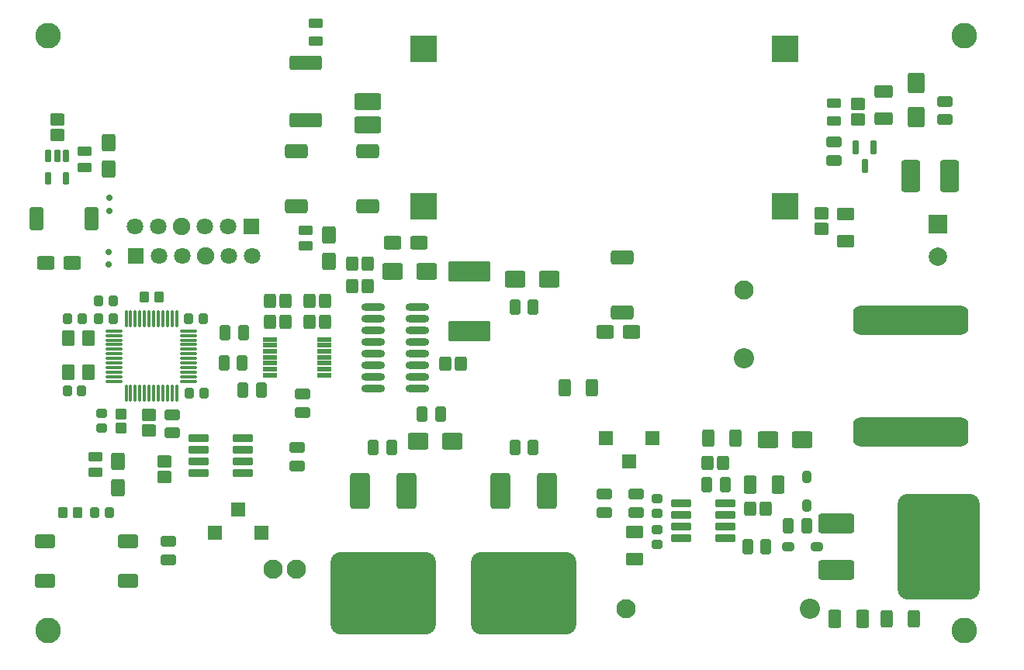
<source format=gts>
G04 Layer_Color=8388736*
%FSLAX43Y43*%
%MOMM*%
G71*
G01*
G75*
G04:AMPARAMS|DCode=72|XSize=1.3mm|YSize=1.93mm|CornerRadius=0.2mm|HoleSize=0mm|Usage=FLASHONLY|Rotation=0.000|XOffset=0mm|YOffset=0mm|HoleType=Round|Shape=RoundedRectangle|*
%AMROUNDEDRECTD72*
21,1,1.300,1.530,0,0,0.0*
21,1,0.900,1.930,0,0,0.0*
1,1,0.400,0.450,-0.765*
1,1,0.400,-0.450,-0.765*
1,1,0.400,-0.450,0.765*
1,1,0.400,0.450,0.765*
%
%ADD72ROUNDEDRECTD72*%
G04:AMPARAMS|DCode=73|XSize=1.55mm|YSize=3.53mm|CornerRadius=0.231mm|HoleSize=0mm|Usage=FLASHONLY|Rotation=270.000|XOffset=0mm|YOffset=0mm|HoleType=Round|Shape=RoundedRectangle|*
%AMROUNDEDRECTD73*
21,1,1.550,3.067,0,0,270.0*
21,1,1.087,3.530,0,0,270.0*
1,1,0.463,-1.534,-0.544*
1,1,0.463,-1.534,0.544*
1,1,0.463,1.534,0.544*
1,1,0.463,1.534,-0.544*
%
%ADD73ROUNDEDRECTD73*%
G04:AMPARAMS|DCode=74|XSize=1.01mm|YSize=1.56mm|CornerRadius=0.164mm|HoleSize=0mm|Usage=FLASHONLY|Rotation=270.000|XOffset=0mm|YOffset=0mm|HoleType=Round|Shape=RoundedRectangle|*
%AMROUNDEDRECTD74*
21,1,1.010,1.232,0,0,270.0*
21,1,0.682,1.560,0,0,270.0*
1,1,0.328,-0.616,-0.341*
1,1,0.328,-0.616,0.341*
1,1,0.328,0.616,0.341*
1,1,0.328,0.616,-0.341*
%
%ADD74ROUNDEDRECTD74*%
G04:AMPARAMS|DCode=75|XSize=1.63mm|YSize=1.12mm|CornerRadius=0.177mm|HoleSize=0mm|Usage=FLASHONLY|Rotation=0.000|XOffset=0mm|YOffset=0mm|HoleType=Round|Shape=RoundedRectangle|*
%AMROUNDEDRECTD75*
21,1,1.630,0.765,0,0,0.0*
21,1,1.275,1.120,0,0,0.0*
1,1,0.355,0.637,-0.383*
1,1,0.355,-0.637,-0.383*
1,1,0.355,-0.637,0.383*
1,1,0.355,0.637,0.383*
%
%ADD75ROUNDEDRECTD75*%
G04:AMPARAMS|DCode=76|XSize=1.7mm|YSize=1.35mm|CornerRadius=0.206mm|HoleSize=0mm|Usage=FLASHONLY|Rotation=270.000|XOffset=0mm|YOffset=0mm|HoleType=Round|Shape=RoundedRectangle|*
%AMROUNDEDRECTD76*
21,1,1.700,0.938,0,0,270.0*
21,1,1.288,1.350,0,0,270.0*
1,1,0.412,-0.469,-0.644*
1,1,0.412,-0.469,0.644*
1,1,0.412,0.469,0.644*
1,1,0.412,0.469,-0.644*
%
%ADD76ROUNDEDRECTD76*%
G04:AMPARAMS|DCode=77|XSize=0.78mm|YSize=2.27mm|CornerRadius=0.135mm|HoleSize=0mm|Usage=FLASHONLY|Rotation=270.000|XOffset=0mm|YOffset=0mm|HoleType=Round|Shape=RoundedRectangle|*
%AMROUNDEDRECTD77*
21,1,0.780,2.000,0,0,270.0*
21,1,0.510,2.270,0,0,270.0*
1,1,0.270,-1.000,-0.255*
1,1,0.270,-1.000,0.255*
1,1,0.270,1.000,0.255*
1,1,0.270,1.000,-0.255*
%
%ADD77ROUNDEDRECTD77*%
G04:AMPARAMS|DCode=78|XSize=1.3mm|YSize=1.93mm|CornerRadius=0.2mm|HoleSize=0mm|Usage=FLASHONLY|Rotation=90.000|XOffset=0mm|YOffset=0mm|HoleType=Round|Shape=RoundedRectangle|*
%AMROUNDEDRECTD78*
21,1,1.300,1.530,0,0,90.0*
21,1,0.900,1.930,0,0,90.0*
1,1,0.400,0.765,0.450*
1,1,0.400,0.765,-0.450*
1,1,0.400,-0.765,-0.450*
1,1,0.400,-0.765,0.450*
%
%ADD78ROUNDEDRECTD78*%
G04:AMPARAMS|DCode=79|XSize=1.04mm|YSize=1.13mm|CornerRadius=0.168mm|HoleSize=0mm|Usage=FLASHONLY|Rotation=180.000|XOffset=0mm|YOffset=0mm|HoleType=Round|Shape=RoundedRectangle|*
%AMROUNDEDRECTD79*
21,1,1.040,0.795,0,0,180.0*
21,1,0.705,1.130,0,0,180.0*
1,1,0.335,-0.352,0.398*
1,1,0.335,0.352,0.398*
1,1,0.335,0.352,-0.398*
1,1,0.335,-0.352,-0.398*
%
%ADD79ROUNDEDRECTD79*%
G04:AMPARAMS|DCode=80|XSize=2.2mm|YSize=1.5mm|CornerRadius=0.225mm|HoleSize=0mm|Usage=FLASHONLY|Rotation=0.000|XOffset=0mm|YOffset=0mm|HoleType=Round|Shape=RoundedRectangle|*
%AMROUNDEDRECTD80*
21,1,2.200,1.050,0,0,0.0*
21,1,1.750,1.500,0,0,0.0*
1,1,0.450,0.875,-0.525*
1,1,0.450,-0.875,-0.525*
1,1,0.450,-0.875,0.525*
1,1,0.450,0.875,0.525*
%
%ADD80ROUNDEDRECTD80*%
%ADD81O,1.900X0.350*%
%ADD82O,0.350X1.900*%
G04:AMPARAMS|DCode=83|XSize=0.6mm|YSize=0.6mm|CornerRadius=0.113mm|HoleSize=0mm|Usage=FLASHONLY|Rotation=90.000|XOffset=0mm|YOffset=0mm|HoleType=Round|Shape=RoundedRectangle|*
%AMROUNDEDRECTD83*
21,1,0.600,0.375,0,0,90.0*
21,1,0.375,0.600,0,0,90.0*
1,1,0.225,0.188,0.188*
1,1,0.225,0.188,-0.188*
1,1,0.225,-0.188,-0.188*
1,1,0.225,-0.188,0.188*
%
%ADD83ROUNDEDRECTD83*%
G04:AMPARAMS|DCode=84|XSize=1.46mm|YSize=1.91mm|CornerRadius=0.22mm|HoleSize=0mm|Usage=FLASHONLY|Rotation=0.000|XOffset=0mm|YOffset=0mm|HoleType=Round|Shape=RoundedRectangle|*
%AMROUNDEDRECTD84*
21,1,1.460,1.470,0,0,0.0*
21,1,1.020,1.910,0,0,0.0*
1,1,0.440,0.510,-0.735*
1,1,0.440,-0.510,-0.735*
1,1,0.440,-0.510,0.735*
1,1,0.440,0.510,0.735*
%
%ADD84ROUNDEDRECTD84*%
G04:AMPARAMS|DCode=85|XSize=1.55mm|YSize=0.55mm|CornerRadius=0.106mm|HoleSize=0mm|Usage=FLASHONLY|Rotation=0.000|XOffset=0mm|YOffset=0mm|HoleType=Round|Shape=RoundedRectangle|*
%AMROUNDEDRECTD85*
21,1,1.550,0.338,0,0,0.0*
21,1,1.337,0.550,0,0,0.0*
1,1,0.212,0.669,-0.169*
1,1,0.212,-0.669,-0.169*
1,1,0.212,-0.669,0.169*
1,1,0.212,0.669,0.169*
%
%ADD85ROUNDEDRECTD85*%
G04:AMPARAMS|DCode=86|XSize=1.84mm|YSize=2.27mm|CornerRadius=0.268mm|HoleSize=0mm|Usage=FLASHONLY|Rotation=90.000|XOffset=0mm|YOffset=0mm|HoleType=Round|Shape=RoundedRectangle|*
%AMROUNDEDRECTD86*
21,1,1.840,1.735,0,0,90.0*
21,1,1.305,2.270,0,0,90.0*
1,1,0.535,0.868,0.652*
1,1,0.535,0.868,-0.652*
1,1,0.535,-0.868,-0.652*
1,1,0.535,-0.868,0.652*
%
%ADD86ROUNDEDRECTD86*%
%ADD87O,2.600X0.800*%
G04:AMPARAMS|DCode=88|XSize=0.71mm|YSize=1.36mm|CornerRadius=0.126mm|HoleSize=0mm|Usage=FLASHONLY|Rotation=0.000|XOffset=0mm|YOffset=0mm|HoleType=Round|Shape=RoundedRectangle|*
%AMROUNDEDRECTD88*
21,1,0.710,1.107,0,0,0.0*
21,1,0.458,1.360,0,0,0.0*
1,1,0.253,0.229,-0.554*
1,1,0.253,-0.229,-0.554*
1,1,0.253,-0.229,0.554*
1,1,0.253,0.229,0.554*
%
%ADD88ROUNDEDRECTD88*%
G04:AMPARAMS|DCode=89|XSize=2.6mm|YSize=1.6mm|CornerRadius=0.425mm|HoleSize=0mm|Usage=FLASHONLY|Rotation=270.000|XOffset=0mm|YOffset=0mm|HoleType=Round|Shape=RoundedRectangle|*
%AMROUNDEDRECTD89*
21,1,2.600,0.750,0,0,270.0*
21,1,1.750,1.600,0,0,270.0*
1,1,0.850,-0.375,-0.875*
1,1,0.850,-0.375,0.875*
1,1,0.850,0.375,0.875*
1,1,0.850,0.375,-0.875*
%
%ADD89ROUNDEDRECTD89*%
G04:AMPARAMS|DCode=90|XSize=1.04mm|YSize=1.13mm|CornerRadius=0.168mm|HoleSize=0mm|Usage=FLASHONLY|Rotation=90.000|XOffset=0mm|YOffset=0mm|HoleType=Round|Shape=RoundedRectangle|*
%AMROUNDEDRECTD90*
21,1,1.040,0.795,0,0,90.0*
21,1,0.705,1.130,0,0,90.0*
1,1,0.335,0.398,0.352*
1,1,0.335,0.398,-0.352*
1,1,0.335,-0.398,-0.352*
1,1,0.335,-0.398,0.352*
%
%ADD90ROUNDEDRECTD90*%
G04:AMPARAMS|DCode=91|XSize=0.97mm|YSize=1.3mm|CornerRadius=0.268mm|HoleSize=0mm|Usage=FLASHONLY|Rotation=90.000|XOffset=0mm|YOffset=0mm|HoleType=Round|Shape=RoundedRectangle|*
%AMROUNDEDRECTD91*
21,1,0.970,0.765,0,0,90.0*
21,1,0.435,1.300,0,0,90.0*
1,1,0.535,0.383,0.217*
1,1,0.535,0.383,-0.217*
1,1,0.535,-0.383,-0.217*
1,1,0.535,-0.383,0.217*
%
%ADD91ROUNDEDRECTD91*%
G04:AMPARAMS|DCode=92|XSize=1.63mm|YSize=1.12mm|CornerRadius=0.177mm|HoleSize=0mm|Usage=FLASHONLY|Rotation=90.000|XOffset=0mm|YOffset=0mm|HoleType=Round|Shape=RoundedRectangle|*
%AMROUNDEDRECTD92*
21,1,1.630,0.765,0,0,90.0*
21,1,1.275,1.120,0,0,90.0*
1,1,0.355,0.383,0.637*
1,1,0.355,0.383,-0.637*
1,1,0.355,-0.383,-0.637*
1,1,0.355,-0.383,0.637*
%
%ADD92ROUNDEDRECTD92*%
G04:AMPARAMS|DCode=93|XSize=1.31mm|YSize=1.56mm|CornerRadius=0.201mm|HoleSize=0mm|Usage=FLASHONLY|Rotation=180.000|XOffset=0mm|YOffset=0mm|HoleType=Round|Shape=RoundedRectangle|*
%AMROUNDEDRECTD93*
21,1,1.310,1.157,0,0,180.0*
21,1,0.907,1.560,0,0,180.0*
1,1,0.403,-0.454,0.579*
1,1,0.403,0.454,0.579*
1,1,0.403,0.454,-0.579*
1,1,0.403,-0.454,-0.579*
%
%ADD93ROUNDEDRECTD93*%
G04:AMPARAMS|DCode=94|XSize=1.38mm|YSize=1.97mm|CornerRadius=0.21mm|HoleSize=0mm|Usage=FLASHONLY|Rotation=180.000|XOffset=0mm|YOffset=0mm|HoleType=Round|Shape=RoundedRectangle|*
%AMROUNDEDRECTD94*
21,1,1.380,1.550,0,0,180.0*
21,1,0.960,1.970,0,0,180.0*
1,1,0.420,-0.480,0.775*
1,1,0.420,0.480,0.775*
1,1,0.420,0.480,-0.775*
1,1,0.420,-0.480,-0.775*
%
%ADD94ROUNDEDRECTD94*%
G04:AMPARAMS|DCode=95|XSize=11.53mm|YSize=8.99mm|CornerRadius=1.161mm|HoleSize=0mm|Usage=FLASHONLY|Rotation=270.000|XOffset=0mm|YOffset=0mm|HoleType=Round|Shape=RoundedRectangle|*
%AMROUNDEDRECTD95*
21,1,11.530,6.668,0,0,270.0*
21,1,9.207,8.990,0,0,270.0*
1,1,2.322,-3.334,-4.604*
1,1,2.322,-3.334,4.604*
1,1,2.322,3.334,4.604*
1,1,2.322,3.334,-4.604*
%
%ADD95ROUNDEDRECTD95*%
G04:AMPARAMS|DCode=96|XSize=2.18mm|YSize=3.91mm|CornerRadius=0.31mm|HoleSize=0mm|Usage=FLASHONLY|Rotation=270.000|XOffset=0mm|YOffset=0mm|HoleType=Round|Shape=RoundedRectangle|*
%AMROUNDEDRECTD96*
21,1,2.180,3.290,0,0,270.0*
21,1,1.560,3.910,0,0,270.0*
1,1,0.620,-1.645,-0.780*
1,1,0.620,-1.645,0.780*
1,1,0.620,1.645,0.780*
1,1,0.620,1.645,-0.780*
%
%ADD96ROUNDEDRECTD96*%
G04:AMPARAMS|DCode=97|XSize=12.6mm|YSize=3.25mm|CornerRadius=0.838mm|HoleSize=0mm|Usage=FLASHONLY|Rotation=0.000|XOffset=0mm|YOffset=0mm|HoleType=Round|Shape=RoundedRectangle|*
%AMROUNDEDRECTD97*
21,1,12.600,1.575,0,0,0.0*
21,1,10.925,3.250,0,0,0.0*
1,1,1.675,5.463,-0.787*
1,1,1.675,-5.463,-0.787*
1,1,1.675,-5.463,0.787*
1,1,1.675,5.463,0.787*
%
%ADD97ROUNDEDRECTD97*%
G04:AMPARAMS|DCode=98|XSize=1.46mm|YSize=1.91mm|CornerRadius=0.22mm|HoleSize=0mm|Usage=FLASHONLY|Rotation=270.000|XOffset=0mm|YOffset=0mm|HoleType=Round|Shape=RoundedRectangle|*
%AMROUNDEDRECTD98*
21,1,1.460,1.470,0,0,270.0*
21,1,1.020,1.910,0,0,270.0*
1,1,0.440,-0.735,-0.510*
1,1,0.440,-0.735,0.510*
1,1,0.440,0.735,0.510*
1,1,0.440,0.735,-0.510*
%
%ADD98ROUNDEDRECTD98*%
G04:AMPARAMS|DCode=99|XSize=2.6mm|YSize=1.6mm|CornerRadius=0.425mm|HoleSize=0mm|Usage=FLASHONLY|Rotation=0.000|XOffset=0mm|YOffset=0mm|HoleType=Round|Shape=RoundedRectangle|*
%AMROUNDEDRECTD99*
21,1,2.600,0.750,0,0,0.0*
21,1,1.750,1.600,0,0,0.0*
1,1,0.850,0.875,-0.375*
1,1,0.850,-0.875,-0.375*
1,1,0.850,-0.875,0.375*
1,1,0.850,0.875,0.375*
%
%ADD99ROUNDEDRECTD99*%
G04:AMPARAMS|DCode=100|XSize=0.71mm|YSize=1.45mm|CornerRadius=0.126mm|HoleSize=0mm|Usage=FLASHONLY|Rotation=0.000|XOffset=0mm|YOffset=0mm|HoleType=Round|Shape=RoundedRectangle|*
%AMROUNDEDRECTD100*
21,1,0.710,1.198,0,0,0.0*
21,1,0.458,1.450,0,0,0.0*
1,1,0.253,0.229,-0.599*
1,1,0.253,-0.229,-0.599*
1,1,0.253,-0.229,0.599*
1,1,0.253,0.229,0.599*
%
%ADD100ROUNDEDRECTD100*%
G04:AMPARAMS|DCode=101|XSize=1.84mm|YSize=2.27mm|CornerRadius=0.268mm|HoleSize=0mm|Usage=FLASHONLY|Rotation=180.000|XOffset=0mm|YOffset=0mm|HoleType=Round|Shape=RoundedRectangle|*
%AMROUNDEDRECTD101*
21,1,1.840,1.735,0,0,180.0*
21,1,1.305,2.270,0,0,180.0*
1,1,0.535,-0.652,0.868*
1,1,0.535,0.652,0.868*
1,1,0.535,0.652,-0.868*
1,1,0.535,-0.652,-0.868*
%
%ADD101ROUNDEDRECTD101*%
G04:AMPARAMS|DCode=102|XSize=2.05mm|YSize=3.5mm|CornerRadius=0.294mm|HoleSize=0mm|Usage=FLASHONLY|Rotation=180.000|XOffset=0mm|YOffset=0mm|HoleType=Round|Shape=RoundedRectangle|*
%AMROUNDEDRECTD102*
21,1,2.050,2.913,0,0,180.0*
21,1,1.462,3.500,0,0,180.0*
1,1,0.588,-0.731,1.456*
1,1,0.588,0.731,1.456*
1,1,0.588,0.731,-1.456*
1,1,0.588,-0.731,-1.456*
%
%ADD102ROUNDEDRECTD102*%
G04:AMPARAMS|DCode=103|XSize=1.31mm|YSize=1.56mm|CornerRadius=0.201mm|HoleSize=0mm|Usage=FLASHONLY|Rotation=270.000|XOffset=0mm|YOffset=0mm|HoleType=Round|Shape=RoundedRectangle|*
%AMROUNDEDRECTD103*
21,1,1.310,1.157,0,0,270.0*
21,1,0.907,1.560,0,0,270.0*
1,1,0.403,-0.579,-0.454*
1,1,0.403,-0.579,0.454*
1,1,0.403,0.579,0.454*
1,1,0.403,0.579,-0.454*
%
%ADD103ROUNDEDRECTD103*%
G04:AMPARAMS|DCode=104|XSize=1.38mm|YSize=1.97mm|CornerRadius=0.21mm|HoleSize=0mm|Usage=FLASHONLY|Rotation=270.000|XOffset=0mm|YOffset=0mm|HoleType=Round|Shape=RoundedRectangle|*
%AMROUNDEDRECTD104*
21,1,1.380,1.550,0,0,270.0*
21,1,0.960,1.970,0,0,270.0*
1,1,0.420,-0.775,-0.480*
1,1,0.420,-0.775,0.480*
1,1,0.420,0.775,0.480*
1,1,0.420,0.775,-0.480*
%
%ADD104ROUNDEDRECTD104*%
G04:AMPARAMS|DCode=105|XSize=11.53mm|YSize=8.99mm|CornerRadius=1.161mm|HoleSize=0mm|Usage=FLASHONLY|Rotation=180.000|XOffset=0mm|YOffset=0mm|HoleType=Round|Shape=RoundedRectangle|*
%AMROUNDEDRECTD105*
21,1,11.530,6.668,0,0,180.0*
21,1,9.207,8.990,0,0,180.0*
1,1,2.322,-4.604,3.334*
1,1,2.322,4.604,3.334*
1,1,2.322,4.604,-3.334*
1,1,2.322,-4.604,-3.334*
%
%ADD105ROUNDEDRECTD105*%
G04:AMPARAMS|DCode=106|XSize=2.18mm|YSize=3.91mm|CornerRadius=0.31mm|HoleSize=0mm|Usage=FLASHONLY|Rotation=180.000|XOffset=0mm|YOffset=0mm|HoleType=Round|Shape=RoundedRectangle|*
%AMROUNDEDRECTD106*
21,1,2.180,3.290,0,0,180.0*
21,1,1.560,3.910,0,0,180.0*
1,1,0.620,-0.780,1.645*
1,1,0.620,0.780,1.645*
1,1,0.620,0.780,-1.645*
1,1,0.620,-0.780,-1.645*
%
%ADD106ROUNDEDRECTD106*%
G04:AMPARAMS|DCode=107|XSize=2.25mm|YSize=4.63mm|CornerRadius=0.319mm|HoleSize=0mm|Usage=FLASHONLY|Rotation=270.000|XOffset=0mm|YOffset=0mm|HoleType=Round|Shape=RoundedRectangle|*
%AMROUNDEDRECTD107*
21,1,2.250,3.993,0,0,270.0*
21,1,1.613,4.630,0,0,270.0*
1,1,0.637,-1.996,-0.806*
1,1,0.637,-1.996,0.806*
1,1,0.637,1.996,0.806*
1,1,0.637,1.996,-0.806*
%
%ADD107ROUNDEDRECTD107*%
G04:AMPARAMS|DCode=108|XSize=1.02mm|YSize=1.18mm|CornerRadius=0.165mm|HoleSize=0mm|Usage=FLASHONLY|Rotation=180.000|XOffset=0mm|YOffset=0mm|HoleType=Round|Shape=RoundedRectangle|*
%AMROUNDEDRECTD108*
21,1,1.020,0.850,0,0,180.0*
21,1,0.690,1.180,0,0,180.0*
1,1,0.330,-0.345,0.425*
1,1,0.330,0.345,0.425*
1,1,0.330,0.345,-0.425*
1,1,0.330,-0.345,-0.425*
%
%ADD108ROUNDEDRECTD108*%
G04:AMPARAMS|DCode=109|XSize=1.1mm|YSize=1.5mm|CornerRadius=0.175mm|HoleSize=0mm|Usage=FLASHONLY|Rotation=270.000|XOffset=0mm|YOffset=0mm|HoleType=Round|Shape=RoundedRectangle|*
%AMROUNDEDRECTD109*
21,1,1.100,1.150,0,0,270.0*
21,1,0.750,1.500,0,0,270.0*
1,1,0.350,-0.575,-0.375*
1,1,0.350,-0.575,0.375*
1,1,0.350,0.575,0.375*
1,1,0.350,0.575,-0.375*
%
%ADD109ROUNDEDRECTD109*%
G04:AMPARAMS|DCode=110|XSize=1.15mm|YSize=1.17mm|CornerRadius=0.181mm|HoleSize=0mm|Usage=FLASHONLY|Rotation=90.000|XOffset=0mm|YOffset=0mm|HoleType=Round|Shape=RoundedRectangle|*
%AMROUNDEDRECTD110*
21,1,1.150,0.807,0,0,90.0*
21,1,0.787,1.170,0,0,90.0*
1,1,0.362,0.404,0.394*
1,1,0.362,0.404,-0.394*
1,1,0.362,-0.404,-0.394*
1,1,0.362,-0.404,0.394*
%
%ADD110ROUNDEDRECTD110*%
G04:AMPARAMS|DCode=111|XSize=1.86mm|YSize=2.92mm|CornerRadius=0.27mm|HoleSize=0mm|Usage=FLASHONLY|Rotation=270.000|XOffset=0mm|YOffset=0mm|HoleType=Round|Shape=RoundedRectangle|*
%AMROUNDEDRECTD111*
21,1,1.860,2.380,0,0,270.0*
21,1,1.320,2.920,0,0,270.0*
1,1,0.540,-1.190,-0.660*
1,1,0.540,-1.190,0.660*
1,1,0.540,1.190,0.660*
1,1,0.540,1.190,-0.660*
%
%ADD111ROUNDEDRECTD111*%
G04:AMPARAMS|DCode=112|XSize=0.97mm|YSize=1.3mm|CornerRadius=0.268mm|HoleSize=0mm|Usage=FLASHONLY|Rotation=0.000|XOffset=0mm|YOffset=0mm|HoleType=Round|Shape=RoundedRectangle|*
%AMROUNDEDRECTD112*
21,1,0.970,0.765,0,0,0.0*
21,1,0.435,1.300,0,0,0.0*
1,1,0.535,0.217,-0.383*
1,1,0.535,-0.217,-0.383*
1,1,0.535,-0.217,0.383*
1,1,0.535,0.217,0.383*
%
%ADD112ROUNDEDRECTD112*%
%ADD113C,1.800*%
%ADD114R,1.800X1.800*%
%ADD115C,1.903*%
%ADD116C,2.800*%
%ADD117R,2.900X2.900*%
%ADD118R,1.600X1.600*%
%ADD119C,2.100*%
%ADD120C,2.203*%
%ADD121R,0.100X0.100*%
%ADD122R,2.000X2.000*%
%ADD123C,2.000*%
D72*
X109616Y66509D02*
D03*
X112616D02*
D03*
X128250Y61025D02*
D03*
X125250D02*
D03*
X147725Y41325D02*
D03*
X144725D02*
D03*
D73*
X81317Y95753D02*
D03*
Y101983D02*
D03*
D74*
X82442Y106289D02*
D03*
Y104339D02*
D03*
X139000Y97560D02*
D03*
Y95610D02*
D03*
D75*
Y91342D02*
D03*
Y93357D02*
D03*
X81000Y63842D02*
D03*
Y65857D02*
D03*
X117450Y54932D02*
D03*
Y52917D02*
D03*
X113925Y52893D02*
D03*
Y54908D02*
D03*
X151086Y97797D02*
D03*
Y95782D02*
D03*
X80450Y57993D02*
D03*
Y60007D02*
D03*
X66818Y61572D02*
D03*
Y63588D02*
D03*
X66332Y47743D02*
D03*
Y49757D02*
D03*
D76*
X57625Y71931D02*
D03*
X55425D02*
D03*
Y68231D02*
D03*
X57625D02*
D03*
D77*
X74502Y57195D02*
D03*
Y58465D02*
D03*
Y59735D02*
D03*
Y61005D02*
D03*
X69642Y57195D02*
D03*
Y58465D02*
D03*
Y59735D02*
D03*
Y61005D02*
D03*
X122320Y53930D02*
D03*
Y52660D02*
D03*
Y51390D02*
D03*
Y50120D02*
D03*
X127180Y53930D02*
D03*
Y52660D02*
D03*
Y51390D02*
D03*
Y50120D02*
D03*
D78*
X140250Y82502D02*
D03*
Y85502D02*
D03*
X117250Y47775D02*
D03*
Y50775D02*
D03*
D79*
X55312Y66175D02*
D03*
X56912D02*
D03*
X56931Y74050D02*
D03*
X55331D02*
D03*
X58300Y52875D02*
D03*
X59900D02*
D03*
X68650Y65925D02*
D03*
X70250D02*
D03*
X68550Y74025D02*
D03*
X70150D02*
D03*
X60375Y75966D02*
D03*
X58775D02*
D03*
X60375Y74087D02*
D03*
X58775D02*
D03*
D80*
X61975Y45475D02*
D03*
X52875D02*
D03*
X61975Y49775D02*
D03*
X52875D02*
D03*
D81*
X60450Y72725D02*
D03*
Y72225D02*
D03*
Y71725D02*
D03*
Y71225D02*
D03*
Y70725D02*
D03*
Y70225D02*
D03*
Y69725D02*
D03*
Y69225D02*
D03*
Y68725D02*
D03*
Y68225D02*
D03*
Y67725D02*
D03*
Y67225D02*
D03*
X68550D02*
D03*
Y67725D02*
D03*
Y68225D02*
D03*
Y68725D02*
D03*
Y69225D02*
D03*
Y69725D02*
D03*
Y70225D02*
D03*
Y70725D02*
D03*
Y71225D02*
D03*
Y71725D02*
D03*
Y72225D02*
D03*
Y72725D02*
D03*
D82*
X61750Y65925D02*
D03*
X62250D02*
D03*
X62750D02*
D03*
X63250D02*
D03*
X63750D02*
D03*
X64250D02*
D03*
X64750D02*
D03*
X65250D02*
D03*
X65750D02*
D03*
X66250D02*
D03*
X66750D02*
D03*
X67250D02*
D03*
Y74025D02*
D03*
X66750D02*
D03*
X66250D02*
D03*
X65750D02*
D03*
X65250D02*
D03*
X64750D02*
D03*
X64250D02*
D03*
X63750D02*
D03*
X63250D02*
D03*
X62750D02*
D03*
X62250D02*
D03*
X61750D02*
D03*
D83*
X59875Y81361D02*
D03*
Y79961D02*
D03*
X59950Y85825D02*
D03*
Y87225D02*
D03*
D84*
X60875Y55625D02*
D03*
Y58475D02*
D03*
X83902Y83184D02*
D03*
Y80334D02*
D03*
X59825Y93275D02*
D03*
Y90425D02*
D03*
D85*
X83350Y67900D02*
D03*
X77450Y67900D02*
D03*
Y68550D02*
D03*
Y71800D02*
D03*
Y71150D02*
D03*
Y70500D02*
D03*
X83350Y68550D02*
D03*
Y71800D02*
D03*
Y71150D02*
D03*
Y70500D02*
D03*
X77450Y69850D02*
D03*
Y69200D02*
D03*
X83350Y69850D02*
D03*
Y69200D02*
D03*
D86*
X135564Y60825D02*
D03*
X131804D02*
D03*
X107930Y78341D02*
D03*
X104170D02*
D03*
X97355Y60700D02*
D03*
X93595D02*
D03*
X90820Y79200D02*
D03*
X94580D02*
D03*
D87*
X88675Y75290D02*
D03*
Y74020D02*
D03*
Y72750D02*
D03*
Y71480D02*
D03*
Y70210D02*
D03*
Y68940D02*
D03*
Y67670D02*
D03*
Y66400D02*
D03*
X93575Y75290D02*
D03*
Y74020D02*
D03*
Y72750D02*
D03*
Y71480D02*
D03*
Y70210D02*
D03*
Y68940D02*
D03*
Y67670D02*
D03*
Y66400D02*
D03*
D88*
X55175Y89350D02*
D03*
X53275D02*
D03*
Y91800D02*
D03*
X54225D02*
D03*
X55175D02*
D03*
D89*
X52000Y85000D02*
D03*
X58000D02*
D03*
D90*
X119700Y49404D02*
D03*
Y51004D02*
D03*
Y52825D02*
D03*
Y54425D02*
D03*
X59075Y63700D02*
D03*
Y62100D02*
D03*
D91*
X134025Y49175D02*
D03*
X137125D02*
D03*
D92*
X129568D02*
D03*
X131583D02*
D03*
X125118Y55925D02*
D03*
X127132D02*
D03*
X104168Y60000D02*
D03*
X106183D02*
D03*
X104168Y75300D02*
D03*
X106183D02*
D03*
X90757Y60000D02*
D03*
X88743D02*
D03*
X72418Y69250D02*
D03*
X74433D02*
D03*
X72567Y72550D02*
D03*
X74582D02*
D03*
X76507Y66275D02*
D03*
X74493D02*
D03*
X134018Y51450D02*
D03*
X136033D02*
D03*
X96082Y63660D02*
D03*
X94067D02*
D03*
D93*
X129850Y53325D02*
D03*
X131540D02*
D03*
X125235Y58325D02*
D03*
X126925D02*
D03*
X83421Y73725D02*
D03*
X81731D02*
D03*
X96555Y69175D02*
D03*
X98245D02*
D03*
X86405Y77625D02*
D03*
X88095D02*
D03*
X83421Y76036D02*
D03*
X81731D02*
D03*
X77481D02*
D03*
X79171D02*
D03*
X77481Y73725D02*
D03*
X79171D02*
D03*
X86405Y80050D02*
D03*
X88095D02*
D03*
D94*
X129878Y55949D02*
D03*
X132878D02*
D03*
X142097Y41301D02*
D03*
X139097D02*
D03*
D95*
X150455Y49160D02*
D03*
D96*
X139275Y46620D02*
D03*
Y51700D02*
D03*
D97*
X147425Y73900D02*
D03*
Y61700D02*
D03*
D98*
X114037Y72625D02*
D03*
X116887D02*
D03*
X93675Y82350D02*
D03*
X90825D02*
D03*
X52975Y80175D02*
D03*
X55825D02*
D03*
D99*
X115855Y80750D02*
D03*
Y74750D02*
D03*
X88150Y86350D02*
D03*
Y92350D02*
D03*
X80350D02*
D03*
Y86350D02*
D03*
D100*
X142350Y90775D02*
D03*
X141400Y92775D02*
D03*
X143300D02*
D03*
D101*
X147986Y99795D02*
D03*
Y96035D02*
D03*
D102*
X151583Y89600D02*
D03*
X147383D02*
D03*
D103*
X141586Y95820D02*
D03*
Y97510D02*
D03*
X137650Y85542D02*
D03*
Y83852D02*
D03*
X65950Y58470D02*
D03*
Y56780D02*
D03*
X64250Y63545D02*
D03*
Y61855D02*
D03*
X54225Y94155D02*
D03*
Y95845D02*
D03*
D104*
X144412Y95868D02*
D03*
Y98868D02*
D03*
D105*
X105175Y44105D02*
D03*
X89774D02*
D03*
D106*
X102635Y55285D02*
D03*
X107715D02*
D03*
X92314D02*
D03*
X87234D02*
D03*
D107*
X99175Y79200D02*
D03*
Y72700D02*
D03*
D108*
X56423Y52875D02*
D03*
X54823D02*
D03*
X65356Y76400D02*
D03*
X63756D02*
D03*
D109*
X58375Y57275D02*
D03*
Y59025D02*
D03*
X81325Y81975D02*
D03*
Y83725D02*
D03*
X57250Y90575D02*
D03*
Y92325D02*
D03*
D110*
X61175Y63660D02*
D03*
Y62140D02*
D03*
D111*
X88150Y95200D02*
D03*
Y97790D02*
D03*
D112*
X136075Y56764D02*
D03*
Y53664D02*
D03*
D113*
X62748Y84100D02*
D03*
X70368D02*
D03*
X72908D02*
D03*
X65288D02*
D03*
X72990Y80875D02*
D03*
X65370D02*
D03*
X67910D02*
D03*
X75530D02*
D03*
D114*
X75448Y84100D02*
D03*
X62830Y80875D02*
D03*
D115*
X67828Y84100D02*
D03*
X70450Y80875D02*
D03*
D116*
X53250Y105000D02*
D03*
X153250D02*
D03*
Y40000D02*
D03*
X53250D02*
D03*
D117*
X133700Y86350D02*
D03*
Y103495D02*
D03*
X94200Y86350D02*
D03*
Y103495D02*
D03*
D118*
X76490Y50680D02*
D03*
X73950Y53220D02*
D03*
X71410Y50680D02*
D03*
X114145Y61020D02*
D03*
X116685Y58480D02*
D03*
X119225Y61020D02*
D03*
D119*
X80318Y46700D02*
D03*
X77818D02*
D03*
X116350Y42350D02*
D03*
X129143Y77225D02*
D03*
D120*
X136350Y42350D02*
D03*
X129143Y69725D02*
D03*
D121*
X111116Y66509D02*
D03*
X126750Y61025D02*
D03*
D122*
X150375Y84350D02*
D03*
D123*
Y80850D02*
D03*
M02*

</source>
